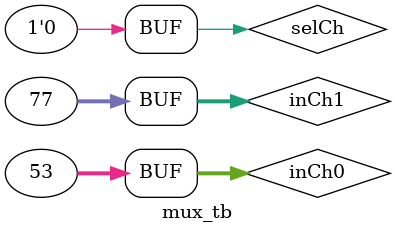
<source format=v>
module mux (input selCh, input [31:0] inCh0, input [31:0] inCh1, output [31:0] selData);

	assign selData = selCh == 0 ? inCh0 :
			  selCh == 1 ? inCh1 : 0;

endmodule

module mux_tb;

	reg selCh;
	reg [31:0] inCh0;
	reg [31:0] inCh1;
	wire [31:0] selData;

	initial begin

		$monitor ("selCh:%d inCh0:%d inCh1:%d selData:%d", selCh, inCh0, inCh1, selData);

		#10 selCh = 0; inCh0 = 102; inCh1 = 15;
		#10 selCh = 1;
		#10 inCh0 = 53;
		#10 inCh1 = 77;
		#10 selCh = 0;

	end

	mux m1 (selCh, inCh0, inCh1, selData);

endmodule
</source>
